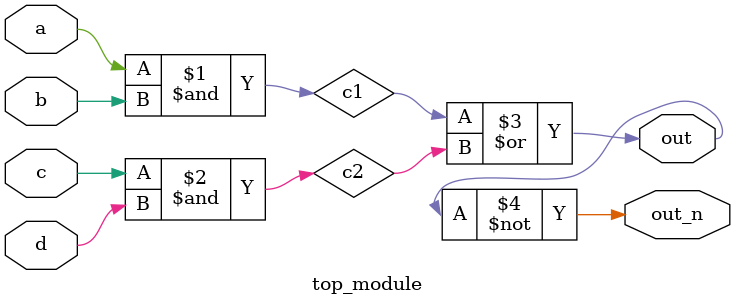
<source format=v>
`default_nettype none
module top_module(
    input a,
    input b,
    input c,
    input d,
    output out,
    output out_n   ); 
    wire c1,c2;
    assign c1=a&b;
    assign c2=c&d;
    assign out =c1|c2;
    assign out_n=~out;
endmodule
</source>
